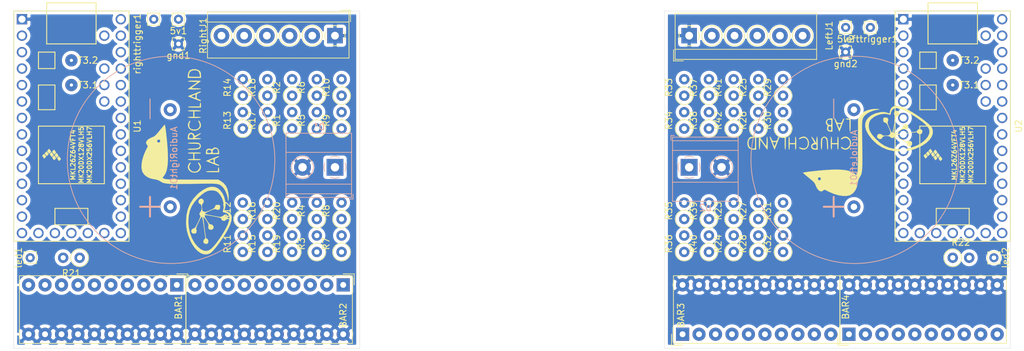
<source format=kicad_pcb>
(kicad_pcb (version 20171130) (host pcbnew 5.1.6)
  (layers (0 F.Cu signal) (31 B.Cu signal) (34 B.Paste user) (35 F.Paste user) (36 B.SilkS user) (37 F.SilkS user) (38 B.Mask user) (39 F.Mask user) (44 Edge.Cuts user))
  (net 0 "")
  (net 1 +5V)
  (net 2 GND)
  (net 3 "Net-(BAR1-Pad9)")
  (net 4 "Net-(BAR1-Pad10)")
  (net 5 "Net-(BAR1-Pad8)")
  (net 6 "Net-(BAR1-Pad7)")
  (net 7 "Net-(BAR1-Pad6)")
  (net 8 "Net-(BAR1-Pad5)")
  (net 9 "Net-(BAR1-Pad4)")
  (net 10 "Net-(BAR1-Pad3)")
  (net 11 "Net-(BAR1-Pad2)")
  (net 12 "Net-(BAR1-Pad1)")
  (net 13 "Net-(BAR2-Pad9)")
  (net 14 "Net-(BAR2-Pad10)")
  (net 15 "Net-(BAR2-Pad8)")
  (net 16 "Net-(BAR2-Pad7)")
  (net 17 "Net-(BAR2-Pad6)")
  (net 18 "Net-(BAR2-Pad5)")
  (net 19 "Net-(BAR2-Pad4)")
  (net 20 "Net-(BAR2-Pad3)")
  (net 21 "Net-(BAR2-Pad2)")
  (net 22 "Net-(BAR2-Pad1)")
  (net 23 "Net-(BAR3-Pad9)")
  (net 24 "Net-(BAR3-Pad10)")
  (net 25 "Net-(BAR3-Pad8)")
  (net 26 "Net-(BAR3-Pad7)")
  (net 27 "Net-(BAR3-Pad6)")
  (net 28 "Net-(BAR3-Pad5)")
  (net 29 "Net-(BAR3-Pad4)")
  (net 30 "Net-(BAR3-Pad3)")
  (net 31 "Net-(BAR3-Pad2)")
  (net 32 "Net-(BAR3-Pad1)")
  (net 33 "Net-(BAR4-Pad9)")
  (net 34 "Net-(BAR4-Pad10)")
  (net 35 "Net-(BAR4-Pad8)")
  (net 36 "Net-(BAR4-Pad7)")
  (net 37 "Net-(BAR4-Pad6)")
  (net 38 "Net-(BAR4-Pad5)")
  (net 39 "Net-(BAR4-Pad4)")
  (net 40 "Net-(BAR4-Pad3)")
  (net 41 "Net-(BAR4-Pad2)")
  (net 42 "Net-(BAR4-Pad1)")
  (net 43 "Net-(D1-Pad1)")
  (net 44 "Net-(D2-Pad1)")
  (net 45 "Net-(R1-Pad1)")
  (net 46 "Net-(R2-Pad1)")
  (net 47 "Net-(R3-Pad1)")
  (net 48 "Net-(R4-Pad1)")
  (net 49 "Net-(R5-Pad1)")
  (net 50 "Net-(R6-Pad1)")
  (net 51 "Net-(R7-Pad1)")
  (net 52 "Net-(R8-Pad1)")
  (net 53 "Net-(R9-Pad1)")
  (net 54 "Net-(R10-Pad1)")
  (net 55 "Net-(R11-Pad1)")
  (net 56 "Net-(R12-Pad1)")
  (net 57 "Net-(R13-Pad1)")
  (net 58 "Net-(R14-Pad1)")
  (net 59 "Net-(R15-Pad1)")
  (net 60 "Net-(R16-Pad1)")
  (net 61 "Net-(R17-Pad1)")
  (net 62 "Net-(R18-Pad1)")
  (net 63 "Net-(R19-Pad1)")
  (net 64 "Net-(R20-Pad1)")
  (net 65 "Net-(R23-Pad1)")
  (net 66 "Net-(R24-Pad1)")
  (net 67 "Net-(R25-Pad1)")
  (net 68 "Net-(R26-Pad1)")
  (net 69 "Net-(R27-Pad1)")
  (net 70 "Net-(R28-Pad1)")
  (net 71 "Net-(R29-Pad1)")
  (net 72 "Net-(R30-Pad1)")
  (net 73 "Net-(R31-Pad1)")
  (net 74 "Net-(R32-Pad1)")
  (net 75 "Net-(R33-Pad1)")
  (net 76 "Net-(R34-Pad1)")
  (net 77 "Net-(R35-Pad1)")
  (net 78 "Net-(R36-Pad1)")
  (net 79 "Net-(R37-Pad1)")
  (net 80 "Net-(R38-Pad1)")
  (net 81 "Net-(R39-Pad1)")
  (net 82 "Net-(R40-Pad1)")
  (net 83 "Net-(R41-Pad1)")
  (net 84 "Net-(R42-Pad1)")
  (net 85 "Net-(U1-Pad37)")
  (net 86 "Net-(U1-Pad36)")
  (net 87 "Net-(U1-Pad35)")
  (net 88 "Net-(U1-Pad34)")
  (net 89 "Net-(U1-Pad32)")
  (net 90 "Net-(U1-Pad31)")
  (net 91 "Net-(U1-Pad27)")
  (net 92 "Net-(U1-Pad15)")
  (net 93 "Net-(U1-Pad16)")
  (net 94 "Net-(U1-Pad19)")
  (net 95 "Net-(U1-Pad18)")
  (net 96 "Net-(U1-Pad17)")
  (net 97 "Net-(U2-Pad37)")
  (net 98 "Net-(U2-Pad36)")
  (net 99 "Net-(U2-Pad35)")
  (net 100 "Net-(U2-Pad34)")
  (net 101 "Net-(U2-Pad32)")
  (net 102 "Net-(U2-Pad31)")
  (net 103 "Net-(U2-Pad27)")
  (net 104 "Net-(U2-Pad15)")
  (net 105 "Net-(U2-Pad16)")
  (net 106 "Net-(U2-Pad19)")
  (net 107 "Net-(U2-Pad18)")
  (net 108 "Net-(U2-Pad17)")
  (net 109 "Net-(AudioLeft01-Pad2)")
  (net 110 "Net-(AudioLeft01-Pad1)")
  (net 111 "Net-(AudioRight01-Pad2)")
  (net 112 "Net-(AudioRight01-Pad1)")
  (net 113 "Net-(R21-Pad1)")
  (net 114 "Net-(LeftJ1-Pad3)")
  (net 115 "Net-(LeftJ1-Pad4)")
  (net 116 "Net-(RightJ1-Pad4)")
  (net 117 "Net-(U1-Pad29)")
  (net 118 "Net-(U1-Pad28)")
  (net 119 "Net-(U2-Pad29)")
  (net 120 "Net-(U2-Pad28)")
  (module lib:churchland_lab_logo (layer F.Cu) (at 149.86 49.53 180)
    (fp_text reference G2 hide)
    (fp_text value LOGO hide)
  )
  (module lib:churchland_lab_logo (layer F.Cu) (at 49.53 50.8 90)
    (fp_text reference G1 hide)
    (fp_text value LOGO hide)
  )
  (module TerminalBlock_4Ucon:TerminalBlock_4Ucon_1x06_P3.50mm_Horizontal (layer F.Cu) (at 72.39 31.75 180)
    (fp_text reference RightJ1 (at 20.32 0 90) (layer F.SilkS))
    (fp_text value "Right screw terminal")
    (pad 6 thru_hole circle (at 17.5 0 180) (size 2.4 2.4) (drill 1.2) (layers *.Cu *.Mask) (net 111 "Net-(AudioRight01-Pad2)"))
    (pad 5 thru_hole circle (at 14 0 180) (size 2.4 2.4) (drill 1.2) (layers *.Cu *.Mask) (net 112 "Net-(AudioRight01-Pad1)"))
    (pad 4 thru_hole circle (at 10.5 0 180) (size 2.4 2.4) (drill 1.2) (layers *.Cu *.Mask) (net 116 "Net-(RightJ1-Pad4)"))
    (pad 3 thru_hole circle (at 7 0 180) (size 2.4 2.4) (drill 1.2) (layers *.Cu *.Mask) (net 113 "Net-(R21-Pad1)"))
    (pad 2 thru_hole circle (at 3.5 0 180) (size 2.4 2.4) (drill 1.2) (layers *.Cu *.Mask) (net 1 +5V))
    (pad 1 thru_hole rect (at 0 0 180) (size 2.4 2.4) (drill 1.2) (layers *.Cu *.Mask) (net 2 GND))
  )
  (module TerminalBlock_4Ucon:TerminalBlock_4Ucon_1x06_P3.50mm_Horizontal (layer F.Cu) (at 127 31.75)
    (fp_text reference LeftJ1 (at 21.59 0 270) (layer F.SilkS))
    (fp_text value "Left screw terminal")
    (pad 6 thru_hole circle (at 17.5 0) (size 2.4 2.4) (drill 1.2) (layers *.Cu *.Mask) (net 109 "Net-(AudioLeft01-Pad2)"))
    (pad 5 thru_hole circle (at 14 0) (size 2.4 2.4) (drill 1.2) (layers *.Cu *.Mask) (net 110 "Net-(AudioLeft01-Pad1)"))
    (pad 4 thru_hole circle (at 10.5 0) (size 2.4 2.4) (drill 1.2) (layers *.Cu *.Mask) (net 115 "Net-(LeftJ1-Pad4)"))
    (pad 3 thru_hole circle (at 7 0) (size 2.4 2.4) (drill 1.2) (layers *.Cu *.Mask) (net 114 "Net-(LeftJ1-Pad3)"))
    (pad 2 thru_hole circle (at 3.5 0) (size 2.4 2.4) (drill 1.2) (layers *.Cu *.Mask) (net 1 +5V))
    (pad 1 thru_hole rect (at 0 0) (size 2.4 2.4) (drill 1.2) (layers *.Cu *.Mask) (net 2 GND))
  )
  (module Connector_Pin:Pin_D0.7mm_L6.5mm_W1.8mm_FlatFork (layer F.Cu) (at 151.13 34.29)
    (fp_text reference gnd2 (at 0 1.8) (layer F.SilkS))
    (fp_text value GND)
    (pad 1 thru_hole circle (at 0 0) (size 1.4 1.4) (drill 0.7) (layers *.Cu *.Mask) (net 2 GND))
  )
  (module lib:speaker (layer B.Cu) (at 46.99 43.18 270)
    (fp_text reference AudioRight01 (at 7.5 -0.576999 270) (layer B.SilkS) (effects (justify mirror)))
    (fp_text value "Audio right")
    (fp_text user + (at 14.986 3.429 270) (layer B.SilkS) (effects (font (size 4 4) (thickness 0.3)) (justify mirror)))
    (fp_text user - (at -0.127 3.429 270) (layer B.SilkS) (effects (font (size 4 4)) (justify mirror)))
    (pad 2 thru_hole circle (at 15 0 270) (size 2 2) (drill 1) (layers *.Cu *.Mask) (net 111 "Net-(AudioRight01-Pad2)"))
    (pad 1 thru_hole circle (at 0 0 270) (size 2 2) (drill 1) (layers *.Cu *.Mask) (net 112 "Net-(AudioRight01-Pad1)"))
  )
  (module lib:speaker (layer B.Cu) (at 152.4 43.18 270)
    (fp_text reference AudioLeft01 (at 7.5 0 270) (layer B.SilkS) (effects (justify mirror)))
    (fp_text value "Audio left")
    (fp_text user + (at 14.986 3.429 270) (layer B.SilkS) (effects (font (size 4 4) (thickness 0.3)) (justify mirror)))
    (fp_text user - (at -0.127 3.429 270) (layer B.SilkS) (effects (font (size 4 4)) (justify mirror)))
    (pad 2 thru_hole circle (at 15 0 270) (size 2 2) (drill 1) (layers *.Cu *.Mask) (net 109 "Net-(AudioLeft01-Pad2)"))
    (pad 1 thru_hole circle (at 0 0 270) (size 2 2) (drill 1) (layers *.Cu *.Mask) (net 110 "Net-(AudioLeft01-Pad1)"))
  )
  (module Connector_Pin:Pin_D0.7mm_L6.5mm_W1.8mm_FlatFork (layer F.Cu) (at 151.13 30.48)
    (fp_text reference 5v2 (at 0 1.8) (layer F.SilkS))
    (fp_text value 5V)
    (pad 1 thru_hole circle (at 0 0) (size 1.4 1.4) (drill 0.7) (layers *.Cu *.Mask) (net 1 +5V))
  )
  (module lib:Teensy30_31_32_LC (layer F.Cu) (at 167.64 45.72 270)
    (fp_text reference U2 (at 0 -10.16 90) (layer F.SilkS))
    (fp_text value Teensy3.2)
    (fp_text user MK20DX128VLH5 (at 4.445 -1.524 90) (layer F.SilkS) (effects (font (size 0.7 0.7))))
    (fp_text user MKL26Z64VFT4 (at 4.445 -0.254 90) (layer F.SilkS) (effects (font (size 0.7 0.7))))
    (fp_text user MK20DX256VLH7 (at 4.445 -2.794 90) (layer F.SilkS) (effects (font (size 0.7 0.7))))
    (fp_text user T3.1 (at -6.35 -2.54) (layer F.SilkS))
    (fp_text user T3.2 (at -10.16 -2.54) (layer F.SilkS))
    (pad 52 thru_hole circle (at -10.16 0 270) (size 1.9 1.9) (drill 0.5) (layers *.Cu *.Mask))
    (pad 52 thru_hole circle (at -6.35 0 270) (size 1.9 1.9) (drill 0.5) (layers *.Cu *.Mask))
    (pad 1 thru_hole rect (at -16.51 7.62 270) (size 1.6 1.6) (drill 1.1) (layers *.Cu *.Mask) (net 2 GND))
    (pad 2 thru_hole circle (at -13.97 7.62 270) (size 1.6 1.6) (drill 1.1) (layers *.Cu *.Mask) (net 74 "Net-(R32-Pad1)"))
    (pad 3 thru_hole circle (at -11.43 7.62 270) (size 1.6 1.6) (drill 1.1) (layers *.Cu *.Mask) (net 73 "Net-(R31-Pad1)"))
    (pad 4 thru_hole circle (at -8.89 7.62 270) (size 1.6 1.6) (drill 1.1) (layers *.Cu *.Mask) (net 72 "Net-(R30-Pad1)"))
    (pad 5 thru_hole circle (at -6.35 7.62 270) (size 1.6 1.6) (drill 1.1) (layers *.Cu *.Mask) (net 71 "Net-(R29-Pad1)"))
    (pad 6 thru_hole circle (at -3.81 7.62 270) (size 1.6 1.6) (drill 1.1) (layers *.Cu *.Mask) (net 70 "Net-(R28-Pad1)"))
    (pad 7 thru_hole circle (at -1.27 7.62 270) (size 1.6 1.6) (drill 1.1) (layers *.Cu *.Mask) (net 69 "Net-(R27-Pad1)"))
    (pad 8 thru_hole circle (at 1.27 7.62 270) (size 1.6 1.6) (drill 1.1) (layers *.Cu *.Mask) (net 68 "Net-(R26-Pad1)"))
    (pad 9 thru_hole circle (at 3.81 7.62 270) (size 1.6 1.6) (drill 1.1) (layers *.Cu *.Mask) (net 67 "Net-(R25-Pad1)"))
    (pad 10 thru_hole circle (at 6.35 7.62 270) (size 1.6 1.6) (drill 1.1) (layers *.Cu *.Mask) (net 66 "Net-(R24-Pad1)"))
    (pad 11 thru_hole circle (at 8.89 7.62 270) (size 1.6 1.6) (drill 1.1) (layers *.Cu *.Mask) (net 65 "Net-(R23-Pad1)"))
    (pad 12 thru_hole circle (at 11.43 7.62 270) (size 1.6 1.6) (drill 1.1) (layers *.Cu *.Mask) (net 84 "Net-(R42-Pad1)"))
    (pad 13 thru_hole circle (at 13.97 7.62 270) (size 1.6 1.6) (drill 1.1) (layers *.Cu *.Mask) (net 83 "Net-(R41-Pad1)"))
    (pad 37 thru_hole circle (at -3.81 -5.08 270) (size 1.6 1.6) (drill 1.1) (layers *.Cu *.Mask) (net 97 "Net-(U2-Pad37)"))
    (pad 36 thru_hole circle (at -6.35 -5.08 270) (size 1.6 1.6) (drill 1.1) (layers *.Cu *.Mask) (net 98 "Net-(U2-Pad36)"))
    (pad 35 thru_hole circle (at -8.89 -5.08 270) (size 1.6 1.6) (drill 1.1) (layers *.Cu *.Mask) (net 99 "Net-(U2-Pad35)"))
    (pad 34 thru_hole circle (at -13.97 -5.08 270) (size 1.6 1.6) (drill 1.1) (layers *.Cu *.Mask) (net 100 "Net-(U2-Pad34)"))
    (pad 33 thru_hole circle (at -16.51 -7.62 270) (size 1.6 1.6) (drill 1.1) (layers *.Cu *.Mask) (net 1 +5V))
    (pad 32 thru_hole circle (at -13.97 -7.62 270) (size 1.6 1.6) (drill 1.1) (layers *.Cu *.Mask) (net 101 "Net-(U2-Pad32)"))
    (pad 31 thru_hole circle (at -11.43 -7.62 270) (size 1.6 1.6) (drill 1.1) (layers *.Cu *.Mask) (net 102 "Net-(U2-Pad31)"))
    (pad 30 thru_hole circle (at -8.89 -7.62 270) (size 1.6 1.6) (drill 1.1) (layers *.Cu *.Mask) (net 115 "Net-(LeftJ1-Pad4)"))
    (pad 29 thru_hole circle (at -6.35 -7.62 270) (size 1.6 1.6) (drill 1.1) (layers *.Cu *.Mask) (net 119 "Net-(U2-Pad29)"))
    (pad 28 thru_hole circle (at -3.81 -7.62 270) (size 1.6 1.6) (drill 1.1) (layers *.Cu *.Mask) (net 120 "Net-(U2-Pad28)"))
    (pad 27 thru_hole circle (at -1.27 -7.62 270) (size 1.6 1.6) (drill 1.1) (layers *.Cu *.Mask) (net 103 "Net-(U2-Pad27)"))
    (pad 26 thru_hole circle (at 1.27 -7.62 270) (size 1.6 1.6) (drill 1.1) (layers *.Cu *.Mask) (net 75 "Net-(R33-Pad1)"))
    (pad 25 thru_hole circle (at 3.81 -7.62 270) (size 1.6 1.6) (drill 1.1) (layers *.Cu *.Mask) (net 76 "Net-(R34-Pad1)"))
    (pad 24 thru_hole circle (at 6.35 -7.62 270) (size 1.6 1.6) (drill 1.1) (layers *.Cu *.Mask) (net 77 "Net-(R35-Pad1)"))
    (pad 23 thru_hole circle (at 8.89 -7.62 270) (size 1.6 1.6) (drill 1.1) (layers *.Cu *.Mask) (net 78 "Net-(R36-Pad1)"))
    (pad 22 thru_hole circle (at 11.43 -7.62 270) (size 1.6 1.6) (drill 1.1) (layers *.Cu *.Mask) (net 79 "Net-(R37-Pad1)"))
    (pad 21 thru_hole circle (at 13.97 -7.62 270) (size 1.6 1.6) (drill 1.1) (layers *.Cu *.Mask) (net 80 "Net-(R38-Pad1)"))
    (pad 14 thru_hole circle (at 16.51 7.62 270) (size 1.6 1.6) (drill 1.1) (layers *.Cu *.Mask) (net 82 "Net-(R40-Pad1)"))
    (pad 15 thru_hole circle (at 16.51 5.08 270) (size 1.6 1.6) (drill 1.1) (layers *.Cu *.Mask) (net 104 "Net-(U2-Pad15)"))
    (pad 16 thru_hole circle (at 16.51 2.54 270) (size 1.6 1.6) (drill 1.1) (layers *.Cu *.Mask) (net 105 "Net-(U2-Pad16)"))
    (pad 20 thru_hole circle (at 16.51 -7.62 270) (size 1.6 1.6) (drill 1.1) (layers *.Cu *.Mask) (net 81 "Net-(R39-Pad1)"))
    (pad 19 thru_hole circle (at 16.51 -5.08 270) (size 1.6 1.6) (drill 1.1) (layers *.Cu *.Mask) (net 106 "Net-(U2-Pad19)"))
    (pad 18 thru_hole circle (at 16.51 -2.54 270) (size 1.6 1.6) (drill 1.1) (layers *.Cu *.Mask) (net 107 "Net-(U2-Pad18)"))
    (pad 17 thru_hole circle (at 16.51 0 270) (size 1.6 1.6) (drill 1.1) (layers *.Cu *.Mask) (net 108 "Net-(U2-Pad17)"))
  )
  (module lib:Teensy30_31_32_LC (layer F.Cu) (at 31.75 45.72 270)
    (fp_text reference U1 (at 0 -10.16 90) (layer F.SilkS))
    (fp_text value Teensy3.2)
    (fp_text user MK20DX128VLH5 (at 4.445 -1.524 90) (layer F.SilkS) (effects (font (size 0.7 0.7))))
    (fp_text user MKL26Z64VFT4 (at 4.445 -0.254 90) (layer F.SilkS) (effects (font (size 0.7 0.7))))
    (fp_text user MK20DX256VLH7 (at 4.445 -2.794 90) (layer F.SilkS) (effects (font (size 0.7 0.7))))
    (fp_text user T3.1 (at -6.35 -2.54) (layer F.SilkS))
    (fp_text user T3.2 (at -10.16 -2.54) (layer F.SilkS))
    (pad 52 thru_hole circle (at -10.16 0 270) (size 1.9 1.9) (drill 0.5) (layers *.Cu *.Mask))
    (pad 52 thru_hole circle (at -6.35 0 270) (size 1.9 1.9) (drill 0.5) (layers *.Cu *.Mask))
    (pad 1 thru_hole rect (at -16.51 7.62 270) (size 1.6 1.6) (drill 1.1) (layers *.Cu *.Mask) (net 2 GND))
    (pad 2 thru_hole circle (at -13.97 7.62 270) (size 1.6 1.6) (drill 1.1) (layers *.Cu *.Mask) (net 55 "Net-(R11-Pad1)"))
    (pad 3 thru_hole circle (at -11.43 7.62 270) (size 1.6 1.6) (drill 1.1) (layers *.Cu *.Mask) (net 56 "Net-(R12-Pad1)"))
    (pad 4 thru_hole circle (at -8.89 7.62 270) (size 1.6 1.6) (drill 1.1) (layers *.Cu *.Mask) (net 57 "Net-(R13-Pad1)"))
    (pad 5 thru_hole circle (at -6.35 7.62 270) (size 1.6 1.6) (drill 1.1) (layers *.Cu *.Mask) (net 58 "Net-(R14-Pad1)"))
    (pad 6 thru_hole circle (at -3.81 7.62 270) (size 1.6 1.6) (drill 1.1) (layers *.Cu *.Mask) (net 59 "Net-(R15-Pad1)"))
    (pad 7 thru_hole circle (at -1.27 7.62 270) (size 1.6 1.6) (drill 1.1) (layers *.Cu *.Mask) (net 60 "Net-(R16-Pad1)"))
    (pad 8 thru_hole circle (at 1.27 7.62 270) (size 1.6 1.6) (drill 1.1) (layers *.Cu *.Mask) (net 61 "Net-(R17-Pad1)"))
    (pad 9 thru_hole circle (at 3.81 7.62 270) (size 1.6 1.6) (drill 1.1) (layers *.Cu *.Mask) (net 62 "Net-(R18-Pad1)"))
    (pad 10 thru_hole circle (at 6.35 7.62 270) (size 1.6 1.6) (drill 1.1) (layers *.Cu *.Mask) (net 63 "Net-(R19-Pad1)"))
    (pad 11 thru_hole circle (at 8.89 7.62 270) (size 1.6 1.6) (drill 1.1) (layers *.Cu *.Mask) (net 64 "Net-(R20-Pad1)"))
    (pad 12 thru_hole circle (at 11.43 7.62 270) (size 1.6 1.6) (drill 1.1) (layers *.Cu *.Mask) (net 45 "Net-(R1-Pad1)"))
    (pad 13 thru_hole circle (at 13.97 7.62 270) (size 1.6 1.6) (drill 1.1) (layers *.Cu *.Mask) (net 46 "Net-(R2-Pad1)"))
    (pad 37 thru_hole circle (at -3.81 -5.08 270) (size 1.6 1.6) (drill 1.1) (layers *.Cu *.Mask) (net 85 "Net-(U1-Pad37)"))
    (pad 36 thru_hole circle (at -6.35 -5.08 270) (size 1.6 1.6) (drill 1.1) (layers *.Cu *.Mask) (net 86 "Net-(U1-Pad36)"))
    (pad 35 thru_hole circle (at -8.89 -5.08 270) (size 1.6 1.6) (drill 1.1) (layers *.Cu *.Mask) (net 87 "Net-(U1-Pad35)"))
    (pad 34 thru_hole circle (at -13.97 -5.08 270) (size 1.6 1.6) (drill 1.1) (layers *.Cu *.Mask) (net 88 "Net-(U1-Pad34)"))
    (pad 33 thru_hole circle (at -16.51 -7.62 270) (size 1.6 1.6) (drill 1.1) (layers *.Cu *.Mask) (net 1 +5V))
    (pad 32 thru_hole circle (at -13.97 -7.62 270) (size 1.6 1.6) (drill 1.1) (layers *.Cu *.Mask) (net 89 "Net-(U1-Pad32)"))
    (pad 31 thru_hole circle (at -11.43 -7.62 270) (size 1.6 1.6) (drill 1.1) (layers *.Cu *.Mask) (net 90 "Net-(U1-Pad31)"))
    (pad 30 thru_hole circle (at -8.89 -7.62 270) (size 1.6 1.6) (drill 1.1) (layers *.Cu *.Mask) (net 116 "Net-(RightJ1-Pad4)"))
    (pad 29 thru_hole circle (at -6.35 -7.62 270) (size 1.6 1.6) (drill 1.1) (layers *.Cu *.Mask) (net 117 "Net-(U1-Pad29)"))
    (pad 28 thru_hole circle (at -3.81 -7.62 270) (size 1.6 1.6) (drill 1.1) (layers *.Cu *.Mask) (net 118 "Net-(U1-Pad28)"))
    (pad 27 thru_hole circle (at -1.27 -7.62 270) (size 1.6 1.6) (drill 1.1) (layers *.Cu *.Mask) (net 91 "Net-(U1-Pad27)"))
    (pad 26 thru_hole circle (at 1.27 -7.62 270) (size 1.6 1.6) (drill 1.1) (layers *.Cu *.Mask) (net 54 "Net-(R10-Pad1)"))
    (pad 25 thru_hole circle (at 3.81 -7.62 270) (size 1.6 1.6) (drill 1.1) (layers *.Cu *.Mask) (net 53 "Net-(R9-Pad1)"))
    (pad 24 thru_hole circle (at 6.35 -7.62 270) (size 1.6 1.6) (drill 1.1) (layers *.Cu *.Mask) (net 52 "Net-(R8-Pad1)"))
    (pad 23 thru_hole circle (at 8.89 -7.62 270) (size 1.6 1.6) (drill 1.1) (layers *.Cu *.Mask) (net 51 "Net-(R7-Pad1)"))
    (pad 22 thru_hole circle (at 11.43 -7.62 270) (size 1.6 1.6) (drill 1.1) (layers *.Cu *.Mask) (net 50 "Net-(R6-Pad1)"))
    (pad 21 thru_hole circle (at 13.97 -7.62 270) (size 1.6 1.6) (drill 1.1) (layers *.Cu *.Mask) (net 49 "Net-(R5-Pad1)"))
    (pad 14 thru_hole circle (at 16.51 7.62 270) (size 1.6 1.6) (drill 1.1) (layers *.Cu *.Mask) (net 47 "Net-(R3-Pad1)"))
    (pad 15 thru_hole circle (at 16.51 5.08 270) (size 1.6 1.6) (drill 1.1) (layers *.Cu *.Mask) (net 92 "Net-(U1-Pad15)"))
    (pad 16 thru_hole circle (at 16.51 2.54 270) (size 1.6 1.6) (drill 1.1) (layers *.Cu *.Mask) (net 93 "Net-(U1-Pad16)"))
    (pad 20 thru_hole circle (at 16.51 -7.62 270) (size 1.6 1.6) (drill 1.1) (layers *.Cu *.Mask) (net 48 "Net-(R4-Pad1)"))
    (pad 19 thru_hole circle (at 16.51 -5.08 270) (size 1.6 1.6) (drill 1.1) (layers *.Cu *.Mask) (net 94 "Net-(U1-Pad19)"))
    (pad 18 thru_hole circle (at 16.51 -2.54 270) (size 1.6 1.6) (drill 1.1) (layers *.Cu *.Mask) (net 95 "Net-(U1-Pad18)"))
    (pad 17 thru_hole circle (at 16.51 0 270) (size 1.6 1.6) (drill 1.1) (layers *.Cu *.Mask) (net 96 "Net-(U1-Pad17)"))
  )
  (module Connector_Pin:Pin_D0.7mm_L6.5mm_W1.8mm_FlatFork (layer F.Cu) (at 44.45 29.21)
    (fp_text reference righttrigger1 (at -2.54 3.81 90) (layer F.SilkS))
    (fp_text value "right trigger")
    (pad 1 thru_hole circle (at 0 0) (size 1.4 1.4) (drill 0.7) (layers *.Cu *.Mask) (net 116 "Net-(RightJ1-Pad4)"))
  )
  (module Resistor_THT:R_Axial_DIN0207_L6.3mm_D2.5mm_P2.54mm_Vertical (layer F.Cu) (at 133.858 46.101 90)
    (fp_text reference R42 (at 1.27 -2.37 90) (layer F.SilkS))
    (fp_text value R)
    (pad 2 thru_hole oval (at 2.54 0 90) (size 1.6 1.6) (drill 0.8) (layers *.Cu *.Mask) (net 24 "Net-(BAR3-Pad10)"))
    (pad 1 thru_hole circle (at 0 0 90) (size 1.6 1.6) (drill 0.8) (layers *.Cu *.Mask) (net 84 "Net-(R42-Pad1)"))
  )
  (module Resistor_THT:R_Axial_DIN0207_L6.3mm_D2.5mm_P2.54mm_Vertical (layer F.Cu) (at 133.858 41.021 90)
    (fp_text reference R41 (at 1.27 -2.37 90) (layer F.SilkS))
    (fp_text value R)
    (pad 2 thru_hole oval (at 2.54 0 90) (size 1.6 1.6) (drill 0.8) (layers *.Cu *.Mask) (net 23 "Net-(BAR3-Pad9)"))
    (pad 1 thru_hole circle (at 0 0 90) (size 1.6 1.6) (drill 0.8) (layers *.Cu *.Mask) (net 83 "Net-(R41-Pad1)"))
  )
  (module Resistor_THT:R_Axial_DIN0207_L6.3mm_D2.5mm_P2.54mm_Vertical (layer F.Cu) (at 130.048 65.151 90)
    (fp_text reference R40 (at 1.27 -2.37 90) (layer F.SilkS))
    (fp_text value R)
    (pad 2 thru_hole oval (at 2.54 0 90) (size 1.6 1.6) (drill 0.8) (layers *.Cu *.Mask) (net 25 "Net-(BAR3-Pad8)"))
    (pad 1 thru_hole circle (at 0 0 90) (size 1.6 1.6) (drill 0.8) (layers *.Cu *.Mask) (net 82 "Net-(R40-Pad1)"))
  )
  (module Resistor_THT:R_Axial_DIN0207_L6.3mm_D2.5mm_P2.54mm_Vertical (layer F.Cu) (at 130.048 60.071 90)
    (fp_text reference R39 (at 1.27 -2.37 90) (layer F.SilkS))
    (fp_text value R)
    (pad 2 thru_hole oval (at 2.54 0 90) (size 1.6 1.6) (drill 0.8) (layers *.Cu *.Mask) (net 26 "Net-(BAR3-Pad7)"))
    (pad 1 thru_hole circle (at 0 0 90) (size 1.6 1.6) (drill 0.8) (layers *.Cu *.Mask) (net 81 "Net-(R39-Pad1)"))
  )
  (module Resistor_THT:R_Axial_DIN0207_L6.3mm_D2.5mm_P2.54mm_Vertical (layer F.Cu) (at 130.048 46.101 90)
    (fp_text reference R38 (at 1.27 -2.37 90) (layer F.SilkS))
    (fp_text value R)
    (pad 2 thru_hole oval (at 2.54 0 90) (size 1.6 1.6) (drill 0.8) (layers *.Cu *.Mask) (net 27 "Net-(BAR3-Pad6)"))
    (pad 1 thru_hole circle (at 0 0 90) (size 1.6 1.6) (drill 0.8) (layers *.Cu *.Mask) (net 80 "Net-(R38-Pad1)"))
  )
  (module Resistor_THT:R_Axial_DIN0207_L6.3mm_D2.5mm_P2.54mm_Vertical (layer F.Cu) (at 130.048 41.021 90)
    (fp_text reference R37 (at 1.27 -2.37 90) (layer F.SilkS))
    (fp_text value R)
    (pad 2 thru_hole oval (at 2.54 0 90) (size 1.6 1.6) (drill 0.8) (layers *.Cu *.Mask) (net 28 "Net-(BAR3-Pad5)"))
    (pad 1 thru_hole circle (at 0 0 90) (size 1.6 1.6) (drill 0.8) (layers *.Cu *.Mask) (net 79 "Net-(R37-Pad1)"))
  )
  (module Resistor_THT:R_Axial_DIN0207_L6.3mm_D2.5mm_P2.54mm_Vertical (layer F.Cu) (at 126.238 65.151 90)
    (fp_text reference R36 (at 1.27 -2.37 90) (layer F.SilkS))
    (fp_text value R)
    (pad 2 thru_hole oval (at 2.54 0 90) (size 1.6 1.6) (drill 0.8) (layers *.Cu *.Mask) (net 29 "Net-(BAR3-Pad4)"))
    (pad 1 thru_hole circle (at 0 0 90) (size 1.6 1.6) (drill 0.8) (layers *.Cu *.Mask) (net 78 "Net-(R36-Pad1)"))
  )
  (module Resistor_THT:R_Axial_DIN0207_L6.3mm_D2.5mm_P2.54mm_Vertical (layer F.Cu) (at 126.238 60.071 90)
    (fp_text reference R35 (at 1.27 -2.37 90) (layer F.SilkS))
    (fp_text value R)
    (pad 2 thru_hole oval (at 2.54 0 90) (size 1.6 1.6) (drill 0.8) (layers *.Cu *.Mask) (net 30 "Net-(BAR3-Pad3)"))
    (pad 1 thru_hole circle (at 0 0 90) (size 1.6 1.6) (drill 0.8) (layers *.Cu *.Mask) (net 77 "Net-(R35-Pad1)"))
  )
  (module Resistor_THT:R_Axial_DIN0207_L6.3mm_D2.5mm_P2.54mm_Vertical (layer F.Cu) (at 126.238 46.101 90)
    (fp_text reference R34 (at 1.27 -2.37 90) (layer F.SilkS))
    (fp_text value R)
    (pad 2 thru_hole oval (at 2.54 0 90) (size 1.6 1.6) (drill 0.8) (layers *.Cu *.Mask) (net 31 "Net-(BAR3-Pad2)"))
    (pad 1 thru_hole circle (at 0 0 90) (size 1.6 1.6) (drill 0.8) (layers *.Cu *.Mask) (net 76 "Net-(R34-Pad1)"))
  )
  (module Resistor_THT:R_Axial_DIN0207_L6.3mm_D2.5mm_P2.54mm_Vertical (layer F.Cu) (at 126.238 41.021 90)
    (fp_text reference R33 (at 1.27 -2.37 90) (layer F.SilkS))
    (fp_text value R)
    (pad 2 thru_hole oval (at 2.54 0 90) (size 1.6 1.6) (drill 0.8) (layers *.Cu *.Mask) (net 32 "Net-(BAR3-Pad1)"))
    (pad 1 thru_hole circle (at 0 0 90) (size 1.6 1.6) (drill 0.8) (layers *.Cu *.Mask) (net 75 "Net-(R33-Pad1)"))
  )
  (module Resistor_THT:R_Axial_DIN0207_L6.3mm_D2.5mm_P2.54mm_Vertical (layer F.Cu) (at 141.478 65.151 90)
    (fp_text reference R32 (at 1.27 -2.37 90) (layer F.SilkS))
    (fp_text value R)
    (pad 2 thru_hole oval (at 2.54 0 90) (size 1.6 1.6) (drill 0.8) (layers *.Cu *.Mask) (net 34 "Net-(BAR4-Pad10)"))
    (pad 1 thru_hole circle (at 0 0 90) (size 1.6 1.6) (drill 0.8) (layers *.Cu *.Mask) (net 74 "Net-(R32-Pad1)"))
  )
  (module Resistor_THT:R_Axial_DIN0207_L6.3mm_D2.5mm_P2.54mm_Vertical (layer F.Cu) (at 141.478 60.071 90)
    (fp_text reference R31 (at 1.27 -2.37 90) (layer F.SilkS))
    (fp_text value R)
    (pad 2 thru_hole oval (at 2.54 0 90) (size 1.6 1.6) (drill 0.8) (layers *.Cu *.Mask) (net 33 "Net-(BAR4-Pad9)"))
    (pad 1 thru_hole circle (at 0 0 90) (size 1.6 1.6) (drill 0.8) (layers *.Cu *.Mask) (net 73 "Net-(R31-Pad1)"))
  )
  (module Resistor_THT:R_Axial_DIN0207_L6.3mm_D2.5mm_P2.54mm_Vertical (layer F.Cu) (at 141.478 46.101 90)
    (fp_text reference R30 (at 1.27 -2.37 90) (layer F.SilkS))
    (fp_text value R)
    (pad 2 thru_hole oval (at 2.54 0 90) (size 1.6 1.6) (drill 0.8) (layers *.Cu *.Mask) (net 35 "Net-(BAR4-Pad8)"))
    (pad 1 thru_hole circle (at 0 0 90) (size 1.6 1.6) (drill 0.8) (layers *.Cu *.Mask) (net 72 "Net-(R30-Pad1)"))
  )
  (module Resistor_THT:R_Axial_DIN0207_L6.3mm_D2.5mm_P2.54mm_Vertical (layer F.Cu) (at 141.478 41.021 90)
    (fp_text reference R29 (at 1.27 -2.37 90) (layer F.SilkS))
    (fp_text value R)
    (pad 2 thru_hole oval (at 2.54 0 90) (size 1.6 1.6) (drill 0.8) (layers *.Cu *.Mask) (net 36 "Net-(BAR4-Pad7)"))
    (pad 1 thru_hole circle (at 0 0 90) (size 1.6 1.6) (drill 0.8) (layers *.Cu *.Mask) (net 71 "Net-(R29-Pad1)"))
  )
  (module Resistor_THT:R_Axial_DIN0207_L6.3mm_D2.5mm_P2.54mm_Vertical (layer F.Cu) (at 137.668 65.151 90)
    (fp_text reference R28 (at 1.27 -2.37 90) (layer F.SilkS))
    (fp_text value R)
    (pad 2 thru_hole oval (at 2.54 0 90) (size 1.6 1.6) (drill 0.8) (layers *.Cu *.Mask) (net 37 "Net-(BAR4-Pad6)"))
    (pad 1 thru_hole circle (at 0 0 90) (size 1.6 1.6) (drill 0.8) (layers *.Cu *.Mask) (net 70 "Net-(R28-Pad1)"))
  )
  (module Resistor_THT:R_Axial_DIN0207_L6.3mm_D2.5mm_P2.54mm_Vertical (layer F.Cu) (at 137.668 60.071 90)
    (fp_text reference R27 (at 1.27 -2.37 90) (layer F.SilkS))
    (fp_text value R)
    (pad 2 thru_hole oval (at 2.54 0 90) (size 1.6 1.6) (drill 0.8) (layers *.Cu *.Mask) (net 38 "Net-(BAR4-Pad5)"))
    (pad 1 thru_hole circle (at 0 0 90) (size 1.6 1.6) (drill 0.8) (layers *.Cu *.Mask) (net 69 "Net-(R27-Pad1)"))
  )
  (module Resistor_THT:R_Axial_DIN0207_L6.3mm_D2.5mm_P2.54mm_Vertical (layer F.Cu) (at 137.668 46.101 90)
    (fp_text reference R26 (at 1.27 -2.37 90) (layer F.SilkS))
    (fp_text value R)
    (pad 2 thru_hole oval (at 2.54 0 90) (size 1.6 1.6) (drill 0.8) (layers *.Cu *.Mask) (net 39 "Net-(BAR4-Pad4)"))
    (pad 1 thru_hole circle (at 0 0 90) (size 1.6 1.6) (drill 0.8) (layers *.Cu *.Mask) (net 68 "Net-(R26-Pad1)"))
  )
  (module Resistor_THT:R_Axial_DIN0207_L6.3mm_D2.5mm_P2.54mm_Vertical (layer F.Cu) (at 137.668 41.021 90)
    (fp_text reference R25 (at 1.27 -2.37 90) (layer F.SilkS))
    (fp_text value R)
    (pad 2 thru_hole oval (at 2.54 0 90) (size 1.6 1.6) (drill 0.8) (layers *.Cu *.Mask) (net 40 "Net-(BAR4-Pad3)"))
    (pad 1 thru_hole circle (at 0 0 90) (size 1.6 1.6) (drill 0.8) (layers *.Cu *.Mask) (net 67 "Net-(R25-Pad1)"))
  )
  (module Resistor_THT:R_Axial_DIN0207_L6.3mm_D2.5mm_P2.54mm_Vertical (layer F.Cu) (at 133.858 65.151 90)
    (fp_text reference R24 (at 1.27 -2.37 90) (layer F.SilkS))
    (fp_text value R)
    (pad 2 thru_hole oval (at 2.54 0 90) (size 1.6 1.6) (drill 0.8) (layers *.Cu *.Mask) (net 41 "Net-(BAR4-Pad2)"))
    (pad 1 thru_hole circle (at 0 0 90) (size 1.6 1.6) (drill 0.8) (layers *.Cu *.Mask) (net 66 "Net-(R24-Pad1)"))
  )
  (module Resistor_THT:R_Axial_DIN0207_L6.3mm_D2.5mm_P2.54mm_Vertical (layer F.Cu) (at 133.858 60.071 90)
    (fp_text reference R23 (at 1.27 -2.37 90) (layer F.SilkS))
    (fp_text value R)
    (pad 2 thru_hole oval (at 2.54 0 90) (size 1.6 1.6) (drill 0.8) (layers *.Cu *.Mask) (net 42 "Net-(BAR4-Pad1)"))
    (pad 1 thru_hole circle (at 0 0 90) (size 1.6 1.6) (drill 0.8) (layers *.Cu *.Mask) (net 65 "Net-(R23-Pad1)"))
  )
  (module Resistor_THT:R_Axial_DIN0207_L6.3mm_D2.5mm_P2.54mm_Vertical (layer F.Cu) (at 167.64 66.04)
    (fp_text reference R22 (at 1.27 -2.37) (layer F.SilkS))
    (fp_text value R)
    (pad 2 thru_hole oval (at 2.54 0) (size 1.6 1.6) (drill 0.8) (layers *.Cu *.Mask) (net 44 "Net-(D2-Pad1)"))
    (pad 1 thru_hole circle (at 0 0) (size 1.6 1.6) (drill 0.8) (layers *.Cu *.Mask) (net 114 "Net-(LeftJ1-Pad3)"))
  )
  (module Resistor_THT:R_Axial_DIN0207_L6.3mm_D2.5mm_P2.54mm_Vertical (layer F.Cu) (at 33.02 66.04 180)
    (fp_text reference R21 (at 1.27 -2.37) (layer F.SilkS))
    (fp_text value R)
    (pad 2 thru_hole oval (at 2.54 0 180) (size 1.6 1.6) (drill 0.8) (layers *.Cu *.Mask) (net 43 "Net-(D1-Pad1)"))
    (pad 1 thru_hole circle (at 0 0 180) (size 1.6 1.6) (drill 0.8) (layers *.Cu *.Mask) (net 113 "Net-(R21-Pad1)"))
  )
  (module Resistor_THT:R_Axial_DIN0207_L6.3mm_D2.5mm_P2.54mm_Vertical (layer F.Cu) (at 65.786 60.071 90)
    (fp_text reference R20 (at 1.27 -2.37 90) (layer F.SilkS))
    (fp_text value R)
    (pad 2 thru_hole oval (at 2.54 0 90) (size 1.6 1.6) (drill 0.8) (layers *.Cu *.Mask) (net 12 "Net-(BAR1-Pad1)"))
    (pad 1 thru_hole circle (at 0 0 90) (size 1.6 1.6) (drill 0.8) (layers *.Cu *.Mask) (net 64 "Net-(R20-Pad1)"))
  )
  (module Resistor_THT:R_Axial_DIN0207_L6.3mm_D2.5mm_P2.54mm_Vertical (layer F.Cu) (at 65.786 65.151 90)
    (fp_text reference R19 (at 1.27 -2.37 90) (layer F.SilkS))
    (fp_text value R)
    (pad 2 thru_hole oval (at 2.54 0 90) (size 1.6 1.6) (drill 0.8) (layers *.Cu *.Mask) (net 11 "Net-(BAR1-Pad2)"))
    (pad 1 thru_hole circle (at 0 0 90) (size 1.6 1.6) (drill 0.8) (layers *.Cu *.Mask) (net 63 "Net-(R19-Pad1)"))
  )
  (module Resistor_THT:R_Axial_DIN0207_L6.3mm_D2.5mm_P2.54mm_Vertical (layer F.Cu) (at 61.976 41.021 90)
    (fp_text reference R18 (at 1.27 -2.37 90) (layer F.SilkS))
    (fp_text value R)
    (pad 2 thru_hole oval (at 2.54 0 90) (size 1.6 1.6) (drill 0.8) (layers *.Cu *.Mask) (net 10 "Net-(BAR1-Pad3)"))
    (pad 1 thru_hole circle (at 0 0 90) (size 1.6 1.6) (drill 0.8) (layers *.Cu *.Mask) (net 62 "Net-(R18-Pad1)"))
  )
  (module Resistor_THT:R_Axial_DIN0207_L6.3mm_D2.5mm_P2.54mm_Vertical (layer F.Cu) (at 61.976 46.101 90)
    (fp_text reference R17 (at 1.27 -2.37 90) (layer F.SilkS))
    (fp_text value R)
    (pad 2 thru_hole oval (at 2.54 0 90) (size 1.6 1.6) (drill 0.8) (layers *.Cu *.Mask) (net 9 "Net-(BAR1-Pad4)"))
    (pad 1 thru_hole circle (at 0 0 90) (size 1.6 1.6) (drill 0.8) (layers *.Cu *.Mask) (net 61 "Net-(R17-Pad1)"))
  )
  (module Resistor_THT:R_Axial_DIN0207_L6.3mm_D2.5mm_P2.54mm_Vertical (layer F.Cu) (at 61.976 60.071 90)
    (fp_text reference R16 (at 1.27 -2.37 90) (layer F.SilkS))
    (fp_text value R)
    (pad 2 thru_hole oval (at 2.54 0 90) (size 1.6 1.6) (drill 0.8) (layers *.Cu *.Mask) (net 8 "Net-(BAR1-Pad5)"))
    (pad 1 thru_hole circle (at 0 0 90) (size 1.6 1.6) (drill 0.8) (layers *.Cu *.Mask) (net 60 "Net-(R16-Pad1)"))
  )
  (module Resistor_THT:R_Axial_DIN0207_L6.3mm_D2.5mm_P2.54mm_Vertical (layer F.Cu) (at 61.976 65.151 90)
    (fp_text reference R15 (at 1.27 -2.37 90) (layer F.SilkS))
    (fp_text value R)
    (pad 2 thru_hole oval (at 2.54 0 90) (size 1.6 1.6) (drill 0.8) (layers *.Cu *.Mask) (net 7 "Net-(BAR1-Pad6)"))
    (pad 1 thru_hole circle (at 0 0 90) (size 1.6 1.6) (drill 0.8) (layers *.Cu *.Mask) (net 59 "Net-(R15-Pad1)"))
  )
  (module Resistor_THT:R_Axial_DIN0207_L6.3mm_D2.5mm_P2.54mm_Vertical (layer F.Cu) (at 58.166 41.021 90)
    (fp_text reference R14 (at 1.27 -2.37 90) (layer F.SilkS))
    (fp_text value R)
    (pad 2 thru_hole oval (at 2.54 0 90) (size 1.6 1.6) (drill 0.8) (layers *.Cu *.Mask) (net 6 "Net-(BAR1-Pad7)"))
    (pad 1 thru_hole circle (at 0 0 90) (size 1.6 1.6) (drill 0.8) (layers *.Cu *.Mask) (net 58 "Net-(R14-Pad1)"))
  )
  (module Resistor_THT:R_Axial_DIN0207_L6.3mm_D2.5mm_P2.54mm_Vertical (layer F.Cu) (at 58.166 46.101 90)
    (fp_text reference R13 (at 1.27 -2.37 90) (layer F.SilkS))
    (fp_text value R)
    (pad 2 thru_hole oval (at 2.54 0 90) (size 1.6 1.6) (drill 0.8) (layers *.Cu *.Mask) (net 5 "Net-(BAR1-Pad8)"))
    (pad 1 thru_hole circle (at 0 0 90) (size 1.6 1.6) (drill 0.8) (layers *.Cu *.Mask) (net 57 "Net-(R13-Pad1)"))
  )
  (module Resistor_THT:R_Axial_DIN0207_L6.3mm_D2.5mm_P2.54mm_Vertical (layer F.Cu) (at 58.166 60.071 90)
    (fp_text reference R12 (at 1.27 -2.37 90) (layer F.SilkS))
    (fp_text value R)
    (pad 2 thru_hole oval (at 2.54 0 90) (size 1.6 1.6) (drill 0.8) (layers *.Cu *.Mask) (net 3 "Net-(BAR1-Pad9)"))
    (pad 1 thru_hole circle (at 0 0 90) (size 1.6 1.6) (drill 0.8) (layers *.Cu *.Mask) (net 56 "Net-(R12-Pad1)"))
  )
  (module Resistor_THT:R_Axial_DIN0207_L6.3mm_D2.5mm_P2.54mm_Vertical (layer F.Cu) (at 58.166 65.151 90)
    (fp_text reference R11 (at 1.27 -2.37 90) (layer F.SilkS))
    (fp_text value R)
    (pad 2 thru_hole oval (at 2.54 0 90) (size 1.6 1.6) (drill 0.8) (layers *.Cu *.Mask) (net 4 "Net-(BAR1-Pad10)"))
    (pad 1 thru_hole circle (at 0 0 90) (size 1.6 1.6) (drill 0.8) (layers *.Cu *.Mask) (net 55 "Net-(R11-Pad1)"))
  )
  (module Resistor_THT:R_Axial_DIN0207_L6.3mm_D2.5mm_P2.54mm_Vertical (layer F.Cu) (at 73.406 41.021 90)
    (fp_text reference R10 (at 1.27 -2.37 90) (layer F.SilkS))
    (fp_text value R)
    (pad 2 thru_hole oval (at 2.54 0 90) (size 1.6 1.6) (drill 0.8) (layers *.Cu *.Mask) (net 22 "Net-(BAR2-Pad1)"))
    (pad 1 thru_hole circle (at 0 0 90) (size 1.6 1.6) (drill 0.8) (layers *.Cu *.Mask) (net 54 "Net-(R10-Pad1)"))
  )
  (module Resistor_THT:R_Axial_DIN0207_L6.3mm_D2.5mm_P2.54mm_Vertical (layer F.Cu) (at 73.406 46.101 90)
    (fp_text reference R9 (at 1.27 -2.37 90) (layer F.SilkS))
    (fp_text value R)
    (pad 2 thru_hole oval (at 2.54 0 90) (size 1.6 1.6) (drill 0.8) (layers *.Cu *.Mask) (net 21 "Net-(BAR2-Pad2)"))
    (pad 1 thru_hole circle (at 0 0 90) (size 1.6 1.6) (drill 0.8) (layers *.Cu *.Mask) (net 53 "Net-(R9-Pad1)"))
  )
  (module Resistor_THT:R_Axial_DIN0207_L6.3mm_D2.5mm_P2.54mm_Vertical (layer F.Cu) (at 73.406 60.071 90)
    (fp_text reference R8 (at 1.27 -2.37 90) (layer F.SilkS))
    (fp_text value R)
    (pad 2 thru_hole oval (at 2.54 0 90) (size 1.6 1.6) (drill 0.8) (layers *.Cu *.Mask) (net 20 "Net-(BAR2-Pad3)"))
    (pad 1 thru_hole circle (at 0 0 90) (size 1.6 1.6) (drill 0.8) (layers *.Cu *.Mask) (net 52 "Net-(R8-Pad1)"))
  )
  (module Resistor_THT:R_Axial_DIN0207_L6.3mm_D2.5mm_P2.54mm_Vertical (layer F.Cu) (at 73.406 65.151 90)
    (fp_text reference R7 (at 1.27 -2.37 90) (layer F.SilkS))
    (fp_text value R)
    (pad 2 thru_hole oval (at 2.54 0 90) (size 1.6 1.6) (drill 0.8) (layers *.Cu *.Mask) (net 19 "Net-(BAR2-Pad4)"))
    (pad 1 thru_hole circle (at 0 0 90) (size 1.6 1.6) (drill 0.8) (layers *.Cu *.Mask) (net 51 "Net-(R7-Pad1)"))
  )
  (module Resistor_THT:R_Axial_DIN0207_L6.3mm_D2.5mm_P2.54mm_Vertical (layer F.Cu) (at 69.596 41.021 90)
    (fp_text reference R6 (at 1.27 -2.37 90) (layer F.SilkS))
    (fp_text value R)
    (pad 2 thru_hole oval (at 2.54 0 90) (size 1.6 1.6) (drill 0.8) (layers *.Cu *.Mask) (net 18 "Net-(BAR2-Pad5)"))
    (pad 1 thru_hole circle (at 0 0 90) (size 1.6 1.6) (drill 0.8) (layers *.Cu *.Mask) (net 50 "Net-(R6-Pad1)"))
  )
  (module Resistor_THT:R_Axial_DIN0207_L6.3mm_D2.5mm_P2.54mm_Vertical (layer F.Cu) (at 69.596 46.101 90)
    (fp_text reference R5 (at 1.27 -2.37 90) (layer F.SilkS))
    (fp_text value R)
    (pad 2 thru_hole oval (at 2.54 0 90) (size 1.6 1.6) (drill 0.8) (layers *.Cu *.Mask) (net 17 "Net-(BAR2-Pad6)"))
    (pad 1 thru_hole circle (at 0 0 90) (size 1.6 1.6) (drill 0.8) (layers *.Cu *.Mask) (net 49 "Net-(R5-Pad1)"))
  )
  (module Resistor_THT:R_Axial_DIN0207_L6.3mm_D2.5mm_P2.54mm_Vertical (layer F.Cu) (at 69.596 60.071 90)
    (fp_text reference R4 (at 1.27 -2.37 90) (layer F.SilkS))
    (fp_text value R)
    (pad 2 thru_hole oval (at 2.54 0 90) (size 1.6 1.6) (drill 0.8) (layers *.Cu *.Mask) (net 16 "Net-(BAR2-Pad7)"))
    (pad 1 thru_hole circle (at 0 0 90) (size 1.6 1.6) (drill 0.8) (layers *.Cu *.Mask) (net 48 "Net-(R4-Pad1)"))
  )
  (module Resistor_THT:R_Axial_DIN0207_L6.3mm_D2.5mm_P2.54mm_Vertical (layer F.Cu) (at 69.596 65.151 90)
    (fp_text reference R3 (at 1.27 -2.37 90) (layer F.SilkS))
    (fp_text value R)
    (pad 2 thru_hole oval (at 2.54 0 90) (size 1.6 1.6) (drill 0.8) (layers *.Cu *.Mask) (net 15 "Net-(BAR2-Pad8)"))
    (pad 1 thru_hole circle (at 0 0 90) (size 1.6 1.6) (drill 0.8) (layers *.Cu *.Mask) (net 47 "Net-(R3-Pad1)"))
  )
  (module Resistor_THT:R_Axial_DIN0207_L6.3mm_D2.5mm_P2.54mm_Vertical (layer F.Cu) (at 65.786 41.021 90)
    (fp_text reference R2 (at 1.27 -2.37 90) (layer F.SilkS))
    (fp_text value R)
    (pad 2 thru_hole oval (at 2.54 0 90) (size 1.6 1.6) (drill 0.8) (layers *.Cu *.Mask) (net 13 "Net-(BAR2-Pad9)"))
    (pad 1 thru_hole circle (at 0 0 90) (size 1.6 1.6) (drill 0.8) (layers *.Cu *.Mask) (net 46 "Net-(R2-Pad1)"))
  )
  (module Resistor_THT:R_Axial_DIN0207_L6.3mm_D2.5mm_P2.54mm_Vertical (layer F.Cu) (at 65.786 46.101 90)
    (fp_text reference R1 (at 1.27 -2.37 90) (layer F.SilkS))
    (fp_text value R)
    (pad 2 thru_hole oval (at 2.54 0 90) (size 1.6 1.6) (drill 0.8) (layers *.Cu *.Mask) (net 14 "Net-(BAR2-Pad10)"))
    (pad 1 thru_hole circle (at 0 0 90) (size 1.6 1.6) (drill 0.8) (layers *.Cu *.Mask) (net 45 "Net-(R1-Pad1)"))
  )
  (module Connector_Pin:Pin_D0.7mm_L6.5mm_W1.8mm_FlatFork (layer F.Cu) (at 154.94 30.48)
    (fp_text reference lefttrigger1 (at 0 1.8) (layer F.SilkS))
    (fp_text value "left trigger")
    (pad 1 thru_hole circle (at 0 0) (size 1.4 1.4) (drill 0.7) (layers *.Cu *.Mask) (net 115 "Net-(LeftJ1-Pad4)"))
  )
  (module Connector_Pin:Pin_D0.7mm_L6.5mm_W1.8mm_FlatFork (layer F.Cu) (at 173.99 66.04 90)
    (fp_text reference led2 (at 0 1.8 90) (layer F.SilkS))
    (fp_text value "LED2 test")
    (pad 1 thru_hole circle (at 0 0 90) (size 1.4 1.4) (drill 0.7) (layers *.Cu *.Mask) (net 114 "Net-(LeftJ1-Pad3)"))
  )
  (module Connector_Pin:Pin_D0.7mm_L6.5mm_W1.8mm_FlatFork (layer F.Cu) (at 25.4 66.04 270)
    (fp_text reference led1 (at 0 1.8 90) (layer F.SilkS))
    (fp_text value "LED1 test")
    (pad 1 thru_hole circle (at 0 0 270) (size 1.4 1.4) (drill 0.7) (layers *.Cu *.Mask) (net 113 "Net-(R21-Pad1)"))
  )
  (module Connector_Pin:Pin_D0.7mm_L6.5mm_W1.8mm_FlatFork (layer F.Cu) (at 48.26 33.02)
    (fp_text reference gnd1 (at 0 1.8) (layer F.SilkS))
    (fp_text value GND)
    (pad 1 thru_hole circle (at 0 0) (size 1.4 1.4) (drill 0.7) (layers *.Cu *.Mask) (net 2 GND))
  )
  (module TerminalBlock_Phoenix:TerminalBlock_Phoenix_MKDS-1,5-2_1x02_P5.00mm_Horizontal (layer B.Cu) (at 127 52.07)
    (fp_text reference D2 (at 2.5 6.26) (layer B.SilkS) (effects (justify mirror)))
    (fp_text value LED)
    (pad 2 thru_hole circle (at 5 0) (size 2.6 2.6) (drill 1.3) (layers *.Cu *.Mask) (net 2 GND))
    (pad 1 thru_hole rect (at 0 0) (size 2.6 2.6) (drill 1.3) (layers *.Cu *.Mask) (net 44 "Net-(D2-Pad1)"))
  )
  (module TerminalBlock_Phoenix:TerminalBlock_Phoenix_MKDS-1,5-2_1x02_P5.00mm_Horizontal (layer B.Cu) (at 72.39 52.07 180)
    (fp_text reference D1 (at 2.5 6.26 180) (layer B.SilkS) (effects (justify mirror)))
    (fp_text value LED)
    (pad 2 thru_hole circle (at 5 0 180) (size 2.6 2.6) (drill 1.3) (layers *.Cu *.Mask) (net 2 GND))
    (pad 1 thru_hole rect (at 0 0 180) (size 2.6 2.6) (drill 1.3) (layers *.Cu *.Mask) (net 43 "Net-(D1-Pad1)"))
  )
  (module Display:HDSP-4830 (layer F.Cu) (at 151.638 77.851 90)
    (fp_text reference BAR4 (at 4.191 -0.508 90) (layer F.SilkS))
    (fp_text value HDSP-4830_2)
    (pad 20 thru_hole circle (at 7.62 0) (size 2.032 2.032) (drill 0.9144) (layers *.Cu *.Mask) (net 2 GND))
    (pad 19 thru_hole circle (at 7.62 2.54) (size 2.032 2.032) (drill 0.9144) (layers *.Cu *.Mask) (net 2 GND))
    (pad 18 thru_hole circle (at 7.62 5.08) (size 2.032 2.032) (drill 0.9144) (layers *.Cu *.Mask) (net 2 GND))
    (pad 17 thru_hole circle (at 7.62 7.62) (size 2.032 2.032) (drill 0.9144) (layers *.Cu *.Mask) (net 2 GND))
    (pad 9 thru_hole circle (at 0 20.32) (size 2.032 2.032) (drill 0.9144) (layers *.Cu *.Mask) (net 33 "Net-(BAR4-Pad9)"))
    (pad 10 thru_hole circle (at 0 22.86) (size 2.032 2.032) (drill 0.9144) (layers *.Cu *.Mask) (net 34 "Net-(BAR4-Pad10)"))
    (pad 11 thru_hole circle (at 7.62 22.86) (size 2.032 2.032) (drill 0.9144) (layers *.Cu *.Mask) (net 2 GND))
    (pad 12 thru_hole circle (at 7.62 20.32) (size 2.032 2.032) (drill 0.9144) (layers *.Cu *.Mask) (net 2 GND))
    (pad 8 thru_hole circle (at 0 17.78) (size 2.032 2.032) (drill 0.9144) (layers *.Cu *.Mask) (net 35 "Net-(BAR4-Pad8)"))
    (pad 7 thru_hole circle (at 0 15.24) (size 2.032 2.032) (drill 0.9144) (layers *.Cu *.Mask) (net 36 "Net-(BAR4-Pad7)"))
    (pad 6 thru_hole circle (at 0 12.7) (size 2.032 2.032) (drill 0.9144) (layers *.Cu *.Mask) (net 37 "Net-(BAR4-Pad6)"))
    (pad 5 thru_hole circle (at 0 10.16) (size 2.032 2.032) (drill 0.9144) (layers *.Cu *.Mask) (net 38 "Net-(BAR4-Pad5)"))
    (pad 16 thru_hole circle (at 7.62 10.16) (size 2.032 2.032) (drill 0.9144) (layers *.Cu *.Mask) (net 2 GND))
    (pad 15 thru_hole circle (at 7.62 12.7) (size 2.032 2.032) (drill 0.9144) (layers *.Cu *.Mask) (net 2 GND))
    (pad 14 thru_hole circle (at 7.62 15.24) (size 2.032 2.032) (drill 0.9144) (layers *.Cu *.Mask) (net 2 GND))
    (pad 13 thru_hole circle (at 7.62 17.78) (size 2.032 2.032) (drill 0.9144) (layers *.Cu *.Mask) (net 2 GND))
    (pad 4 thru_hole circle (at 0 7.62) (size 2.032 2.032) (drill 0.9144) (layers *.Cu *.Mask) (net 39 "Net-(BAR4-Pad4)"))
    (pad 3 thru_hole circle (at 0 5.08) (size 2.032 2.032) (drill 0.9144) (layers *.Cu *.Mask) (net 40 "Net-(BAR4-Pad3)"))
    (pad 2 thru_hole circle (at 0 2.54) (size 2.032 2.032) (drill 0.9144) (layers *.Cu *.Mask) (net 41 "Net-(BAR4-Pad2)"))
    (pad 1 thru_hole rect (at 0 0) (size 2.032 2.032) (drill 0.9144) (layers *.Cu *.Mask) (net 42 "Net-(BAR4-Pad1)"))
  )
  (module Display:HDSP-4830 (layer F.Cu) (at 125.984 77.851 90)
    (fp_text reference BAR3 (at 2.921 -0.254 90) (layer F.SilkS))
    (fp_text value HDSP-4830_2)
    (pad 20 thru_hole circle (at 7.62 0) (size 2.032 2.032) (drill 0.9144) (layers *.Cu *.Mask) (net 2 GND))
    (pad 19 thru_hole circle (at 7.62 2.54) (size 2.032 2.032) (drill 0.9144) (layers *.Cu *.Mask) (net 2 GND))
    (pad 18 thru_hole circle (at 7.62 5.08) (size 2.032 2.032) (drill 0.9144) (layers *.Cu *.Mask) (net 2 GND))
    (pad 17 thru_hole circle (at 7.62 7.62) (size 2.032 2.032) (drill 0.9144) (layers *.Cu *.Mask) (net 2 GND))
    (pad 9 thru_hole circle (at 0 20.32) (size 2.032 2.032) (drill 0.9144) (layers *.Cu *.Mask) (net 23 "Net-(BAR3-Pad9)"))
    (pad 10 thru_hole circle (at 0 22.86) (size 2.032 2.032) (drill 0.9144) (layers *.Cu *.Mask) (net 24 "Net-(BAR3-Pad10)"))
    (pad 11 thru_hole circle (at 7.62 22.86) (size 2.032 2.032) (drill 0.9144) (layers *.Cu *.Mask) (net 2 GND))
    (pad 12 thru_hole circle (at 7.62 20.32) (size 2.032 2.032) (drill 0.9144) (layers *.Cu *.Mask) (net 2 GND))
    (pad 8 thru_hole circle (at 0 17.78) (size 2.032 2.032) (drill 0.9144) (layers *.Cu *.Mask) (net 25 "Net-(BAR3-Pad8)"))
    (pad 7 thru_hole circle (at 0 15.24) (size 2.032 2.032) (drill 0.9144) (layers *.Cu *.Mask) (net 26 "Net-(BAR3-Pad7)"))
    (pad 6 thru_hole circle (at 0 12.7) (size 2.032 2.032) (drill 0.9144) (layers *.Cu *.Mask) (net 27 "Net-(BAR3-Pad6)"))
    (pad 5 thru_hole circle (at 0 10.16) (size 2.032 2.032) (drill 0.9144) (layers *.Cu *.Mask) (net 28 "Net-(BAR3-Pad5)"))
    (pad 16 thru_hole circle (at 7.62 10.16) (size 2.032 2.032) (drill 0.9144) (layers *.Cu *.Mask) (net 2 GND))
    (pad 15 thru_hole circle (at 7.62 12.7) (size 2.032 2.032) (drill 0.9144) (layers *.Cu *.Mask) (net 2 GND))
    (pad 14 thru_hole circle (at 7.62 15.24) (size 2.032 2.032) (drill 0.9144) (layers *.Cu *.Mask) (net 2 GND))
    (pad 13 thru_hole circle (at 7.62 17.78) (size 2.032 2.032) (drill 0.9144) (layers *.Cu *.Mask) (net 2 GND))
    (pad 4 thru_hole circle (at 0 7.62) (size 2.032 2.032) (drill 0.9144) (layers *.Cu *.Mask) (net 29 "Net-(BAR3-Pad4)"))
    (pad 3 thru_hole circle (at 0 5.08) (size 2.032 2.032) (drill 0.9144) (layers *.Cu *.Mask) (net 30 "Net-(BAR3-Pad3)"))
    (pad 2 thru_hole circle (at 0 2.54) (size 2.032 2.032) (drill 0.9144) (layers *.Cu *.Mask) (net 31 "Net-(BAR3-Pad2)"))
    (pad 1 thru_hole rect (at 0 0) (size 2.032 2.032) (drill 0.9144) (layers *.Cu *.Mask) (net 32 "Net-(BAR3-Pad1)"))
  )
  (module Display:HDSP-4830 (layer F.Cu) (at 73.66 70.231 270)
    (fp_text reference BAR2 (at 4.699 0 90) (layer F.SilkS))
    (fp_text value HDSP-4830_2)
    (pad 20 thru_hole circle (at 7.62 0 180) (size 2.032 2.032) (drill 0.9144) (layers *.Cu *.Mask) (net 2 GND))
    (pad 19 thru_hole circle (at 7.62 2.54 180) (size 2.032 2.032) (drill 0.9144) (layers *.Cu *.Mask) (net 2 GND))
    (pad 18 thru_hole circle (at 7.62 5.08 180) (size 2.032 2.032) (drill 0.9144) (layers *.Cu *.Mask) (net 2 GND))
    (pad 17 thru_hole circle (at 7.62 7.62 180) (size 2.032 2.032) (drill 0.9144) (layers *.Cu *.Mask) (net 2 GND))
    (pad 9 thru_hole circle (at 0 20.32 180) (size 2.032 2.032) (drill 0.9144) (layers *.Cu *.Mask) (net 13 "Net-(BAR2-Pad9)"))
    (pad 10 thru_hole circle (at 0 22.86 180) (size 2.032 2.032) (drill 0.9144) (layers *.Cu *.Mask) (net 14 "Net-(BAR2-Pad10)"))
    (pad 11 thru_hole circle (at 7.62 22.86 180) (size 2.032 2.032) (drill 0.9144) (layers *.Cu *.Mask) (net 2 GND))
    (pad 12 thru_hole circle (at 7.62 20.32 180) (size 2.032 2.032) (drill 0.9144) (layers *.Cu *.Mask) (net 2 GND))
    (pad 8 thru_hole circle (at 0 17.78 180) (size 2.032 2.032) (drill 0.9144) (layers *.Cu *.Mask) (net 15 "Net-(BAR2-Pad8)"))
    (pad 7 thru_hole circle (at 0 15.24 180) (size 2.032 2.032) (drill 0.9144) (layers *.Cu *.Mask) (net 16 "Net-(BAR2-Pad7)"))
    (pad 6 thru_hole circle (at 0 12.7 180) (size 2.032 2.032) (drill 0.9144) (layers *.Cu *.Mask) (net 17 "Net-(BAR2-Pad6)"))
    (pad 5 thru_hole circle (at 0 10.16 180) (size 2.032 2.032) (drill 0.9144) (layers *.Cu *.Mask) (net 18 "Net-(BAR2-Pad5)"))
    (pad 16 thru_hole circle (at 7.62 10.16 180) (size 2.032 2.032) (drill 0.9144) (layers *.Cu *.Mask) (net 2 GND))
    (pad 15 thru_hole circle (at 7.62 12.7 180) (size 2.032 2.032) (drill 0.9144) (layers *.Cu *.Mask) (net 2 GND))
    (pad 14 thru_hole circle (at 7.62 15.24 180) (size 2.032 2.032) (drill 0.9144) (layers *.Cu *.Mask) (net 2 GND))
    (pad 13 thru_hole circle (at 7.62 17.78 180) (size 2.032 2.032) (drill 0.9144) (layers *.Cu *.Mask) (net 2 GND))
    (pad 4 thru_hole circle (at 0 7.62 180) (size 2.032 2.032) (drill 0.9144) (layers *.Cu *.Mask) (net 19 "Net-(BAR2-Pad4)"))
    (pad 3 thru_hole circle (at 0 5.08 180) (size 2.032 2.032) (drill 0.9144) (layers *.Cu *.Mask) (net 20 "Net-(BAR2-Pad3)"))
    (pad 2 thru_hole circle (at 0 2.54 180) (size 2.032 2.032) (drill 0.9144) (layers *.Cu *.Mask) (net 21 "Net-(BAR2-Pad2)"))
    (pad 1 thru_hole rect (at 0 0 180) (size 2.032 2.032) (drill 0.9144) (layers *.Cu *.Mask) (net 22 "Net-(BAR2-Pad1)"))
  )
  (module Display:HDSP-4830 (layer F.Cu) (at 48.006 70.231 270)
    (fp_text reference BAR1 (at 3.429 -0.254 90) (layer F.SilkS))
    (fp_text value HDSP-4830_2)
    (pad 20 thru_hole circle (at 7.62 0 180) (size 2.032 2.032) (drill 0.9144) (layers *.Cu *.Mask) (net 2 GND))
    (pad 19 thru_hole circle (at 7.62 2.54 180) (size 2.032 2.032) (drill 0.9144) (layers *.Cu *.Mask) (net 2 GND))
    (pad 18 thru_hole circle (at 7.62 5.08 180) (size 2.032 2.032) (drill 0.9144) (layers *.Cu *.Mask) (net 2 GND))
    (pad 17 thru_hole circle (at 7.62 7.62 180) (size 2.032 2.032) (drill 0.9144) (layers *.Cu *.Mask) (net 2 GND))
    (pad 9 thru_hole circle (at 0 20.32 180) (size 2.032 2.032) (drill 0.9144) (layers *.Cu *.Mask) (net 3 "Net-(BAR1-Pad9)"))
    (pad 10 thru_hole circle (at 0 22.86 180) (size 2.032 2.032) (drill 0.9144) (layers *.Cu *.Mask) (net 4 "Net-(BAR1-Pad10)"))
    (pad 11 thru_hole circle (at 7.62 22.86 180) (size 2.032 2.032) (drill 0.9144) (layers *.Cu *.Mask) (net 2 GND))
    (pad 12 thru_hole circle (at 7.62 20.32 180) (size 2.032 2.032) (drill 0.9144) (layers *.Cu *.Mask) (net 2 GND))
    (pad 8 thru_hole circle (at 0 17.78 180) (size 2.032 2.032) (drill 0.9144) (layers *.Cu *.Mask) (net 5 "Net-(BAR1-Pad8)"))
    (pad 7 thru_hole circle (at 0 15.24 180) (size 2.032 2.032) (drill 0.9144) (layers *.Cu *.Mask) (net 6 "Net-(BAR1-Pad7)"))
    (pad 6 thru_hole circle (at 0 12.7 180) (size 2.032 2.032) (drill 0.9144) (layers *.Cu *.Mask) (net 7 "Net-(BAR1-Pad6)"))
    (pad 5 thru_hole circle (at 0 10.16 180) (size 2.032 2.032) (drill 0.9144) (layers *.Cu *.Mask) (net 8 "Net-(BAR1-Pad5)"))
    (pad 16 thru_hole circle (at 7.62 10.16 180) (size 2.032 2.032) (drill 0.9144) (layers *.Cu *.Mask) (net 2 GND))
    (pad 15 thru_hole circle (at 7.62 12.7 180) (size 2.032 2.032) (drill 0.9144) (layers *.Cu *.Mask) (net 2 GND))
    (pad 14 thru_hole circle (at 7.62 15.24 180) (size 2.032 2.032) (drill 0.9144) (layers *.Cu *.Mask) (net 2 GND))
    (pad 13 thru_hole circle (at 7.62 17.78 180) (size 2.032 2.032) (drill 0.9144) (layers *.Cu *.Mask) (net 2 GND))
    (pad 4 thru_hole circle (at 0 7.62 180) (size 2.032 2.032) (drill 0.9144) (layers *.Cu *.Mask) (net 9 "Net-(BAR1-Pad4)"))
    (pad 3 thru_hole circle (at 0 5.08 180) (size 2.032 2.032) (drill 0.9144) (layers *.Cu *.Mask) (net 10 "Net-(BAR1-Pad3)"))
    (pad 2 thru_hole circle (at 0 2.54 180) (size 2.032 2.032) (drill 0.9144) (layers *.Cu *.Mask) (net 11 "Net-(BAR1-Pad2)"))
    (pad 1 thru_hole rect (at 0 0 180) (size 2.032 2.032) (drill 0.9144) (layers *.Cu *.Mask) (net 12 "Net-(BAR1-Pad1)"))
  )
  (module Connector_Pin:Pin_D0.7mm_L6.5mm_W1.8mm_FlatFork (layer F.Cu) (at 48.26 29.21)
    (fp_text reference 5v1 (at 0 1.8) (layer F.SilkS))
    (fp_text value 5V)
    (pad 1 thru_hole circle (at 0 0) (size 1.4 1.4) (drill 0.7) (layers *.Cu *.Mask) (net 1 +5V))
  )
  (gr_line (start 123.19 80.01) (end 123.19 27.94) (layer Edge.Cuts) (width 0.05))
  (gr_line (start 176.53 80.01) (end 123.19 80.01) (layer Edge.Cuts) (width 0.05))
  (gr_line (start 176.53 27.94) (end 176.53 80.01) (layer Edge.Cuts) (width 0.05))
  (gr_line (start 123.19 27.94) (end 176.53 27.94) (layer Edge.Cuts) (width 0.05))
  (gr_line (start 22.86 80.01) (end 22.86 27.94) (layer Edge.Cuts) (width 0.05))
  (gr_line (start 76.2 80.01) (end 22.86 80.01) (layer Edge.Cuts) (width 0.05))
  (gr_line (start 76.2 27.94) (end 76.2 80.01) (layer Edge.Cuts) (width 0.05))
  (gr_line (start 22.86 27.94) (end 76.2 27.94) (layer Edge.Cuts) (width 0.05))
  (zone (net 2) (net_name GND) (layer B.Cu) (connect_pads (clearance 0.508)) (min_thickness 0.254) (fill yes (arc_segments 32) (thermal_gap 0.508) (thermal_bridge_width 0.508))
    (polygon (pts (xy 176.53 80.01) (xy 123.19 80.01) (xy 123.19 27.94) (xy 176.53 27.94)))
  )
  (zone (net 2) (net_name GND) (layer B.Cu) (connect_pads (clearance 0.508)) (min_thickness 0.254) (fill yes (arc_segments 32) (thermal_gap 0.508) (thermal_bridge_width 0.508))
    (polygon (pts (xy 76.2 80.01) (xy 22.86 80.01) (xy 22.86 27.94) (xy 76.2 27.94)))
  )
)
</source>
